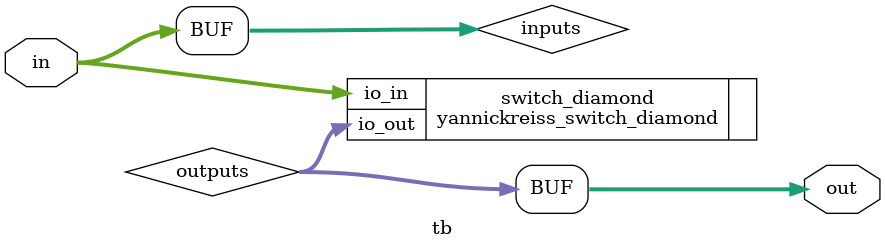
<source format=v>
`default_nettype none
`timescale 1ns/1ps

module tb(
	  input [7:0] in,
	  output [7:0] out
);

initial begin
   $dumpfile ("tb.vcd");
   $dumpvars (0, tb);
   #1;
   
end

   wire [7:0] inputs = in;
   wire [7:0] outputs = out;

   yannickreiss_switch_diamond switch_diamond (
					       .io_in (inputs),
					       .io_out (outputs)
					       );
endmodule // tb

</source>
